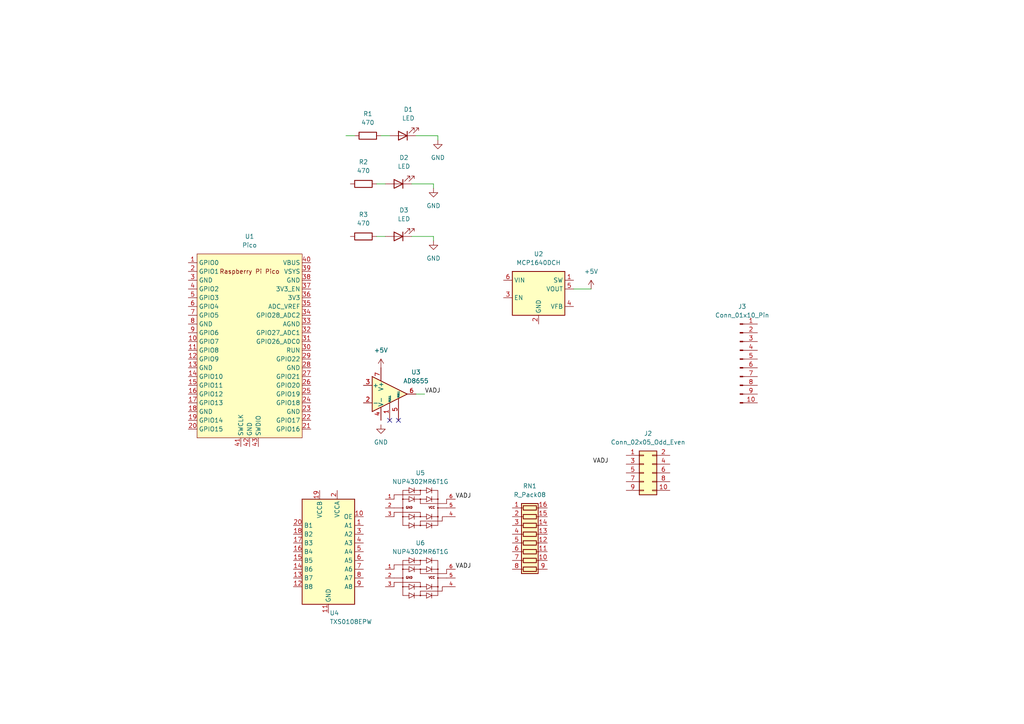
<source format=kicad_sch>
(kicad_sch (version 20230121) (generator eeschema)
  (paper "A4")
  (lib_symbols
    (symbol "Amplifier_Operational:AD8655" (pin_names (offset 0.127))
      (property "Reference" "U" (at 0 6.35 0))
      (property "Value" "AD8655" (at 0 3.81 0))
      (symbol "AD8655_0_1"
        (polyline (pts (xy -5.08 5.08) (xy 5.08 0) (xy -5.08 -5.08) (xy -5.08 5.08)) (stroke (width 0.254)) (fill (type background)))
      )
      (symbol "AD8655_1_1"
        (pin input line (at 0 -7.62 90) (length 5.08) (name "NULL") (number "1"))
        (pin input line (at -7.62 -2.54 0) (length 2.54) (name "-") (number "2"))
        (pin input line (at -7.62 2.54 0) (length 2.54) (name "+") (number "3"))
        (pin power_in line (at -2.54 -7.62 90) (length 3.81) (name "V-") (number "4"))
        (pin input line (at 2.54 -7.62 90) (length 6.35) (name "NULL") (number "5"))
        (pin output line (at 7.62 0 180) (length 2.54) (name "~") (number "6"))
        (pin power_in line (at -2.54 7.62 270) (length 3.81) (name "V+") (number "7"))
        (pin no_connect line (at 0 2.54 270) (length 2.54) hide (name "NC") (number "8"))
      )
    )
    (symbol "Connector:Conn_01x10_Pin" (pin_names (offset 1.016) hide)
      (property "Reference" "J" (at 0 12.7 0))
      (property "Value" "Conn_01x10_Pin" (at 0 -15.24 0))
      (symbol "Conn_01x10_Pin_1_1"
        (polyline (pts (xy 1.27 -12.7) (xy 0.8636 -12.7)) (stroke (width 0.1524)))
        (polyline (pts (xy 1.27 -10.16) (xy 0.8636 -10.16)) (stroke (width 0.1524)))
        (polyline (pts (xy 1.27 -7.62) (xy 0.8636 -7.62)) (stroke (width 0.1524)))
        (polyline (pts (xy 1.27 -5.08) (xy 0.8636 -5.08)) (stroke (width 0.1524)))
        (polyline (pts (xy 1.27 -2.54) (xy 0.8636 -2.54)) (stroke (width 0.1524)))
        (polyline (pts (xy 1.27 0) (xy 0.8636 0)) (stroke (width 0.1524)))
        (polyline (pts (xy 1.27 2.54) (xy 0.8636 2.54)) (stroke (width 0.1524)))
        (polyline (pts (xy 1.27 5.08) (xy 0.8636 5.08)) (stroke (width 0.1524)))
        (polyline (pts (xy 1.27 7.62) (xy 0.8636 7.62)) (stroke (width 0.1524)))
        (polyline (pts (xy 1.27 10.16) (xy 0.8636 10.16)) (stroke (width 0.1524)))
        (rectangle (start 0.8636 -12.573) (end 0 -12.827) (stroke (width 0.1524)) (fill (type outline)))
        (rectangle (start 0.8636 -10.033) (end 0 -10.287) (stroke (width 0.1524)) (fill (type outline)))
        (rectangle (start 0.8636 -7.493) (end 0 -7.747) (stroke (width 0.1524)) (fill (type outline)))
        (rectangle (start 0.8636 -4.953) (end 0 -5.207) (stroke (width 0.1524)) (fill (type outline)))
        (rectangle (start 0.8636 -2.413) (end 0 -2.667) (stroke (width 0.1524)) (fill (type outline)))
        (rectangle (start 0.8636 0.127) (end 0 -0.127) (stroke (width 0.1524)) (fill (type outline)))
        (rectangle (start 0.8636 2.667) (end 0 2.413) (stroke (width 0.1524)) (fill (type outline)))
        (rectangle (start 0.8636 5.207) (end 0 4.953) (stroke (width 0.1524)) (fill (type outline)))
        (rectangle (start 0.8636 7.747) (end 0 7.493) (stroke (width 0.1524)) (fill (type outline)))
        (rectangle (start 0.8636 10.287) (end 0 10.033) (stroke (width 0.1524)) (fill (type outline)))
        (pin passive line (at 5.08 10.16 180) (length 3.81) (name "Pin_1") (number "1"))
        (pin passive line (at 5.08 -12.7 180) (length 3.81) (name "Pin_10") (number "10"))
        (pin passive line (at 5.08 7.62 180) (length 3.81) (name "Pin_2") (number "2"))
        (pin passive line (at 5.08 5.08 180) (length 3.81) (name "Pin_3") (number "3"))
        (pin passive line (at 5.08 2.54 180) (length 3.81) (name "Pin_4") (number "4"))
        (pin passive line (at 5.08 0 180) (length 3.81) (name "Pin_5") (number "5"))
        (pin passive line (at 5.08 -2.54 180) (length 3.81) (name "Pin_6") (number "6"))
        (pin passive line (at 5.08 -5.08 180) (length 3.81) (name "Pin_7") (number "7"))
        (pin passive line (at 5.08 -7.62 180) (length 3.81) (name "Pin_8") (number "8"))
        (pin passive line (at 5.08 -10.16 180) (length 3.81) (name "Pin_9") (number "9"))
      )
    )
    (symbol "Connector_Generic:Conn_02x05_Odd_Even" (pin_names (offset 1.016) hide)
      (property "Reference" "J" (at 1.27 7.62 0))
      (property "Value" "Conn_02x05_Odd_Even" (at 1.27 -7.62 0))
      (symbol "Conn_02x05_Odd_Even_1_1"
        (rectangle (start -1.27 -4.953) (end 0 -5.207) (stroke (width 0.1524)))
        (rectangle (start -1.27 -2.413) (end 0 -2.667) (stroke (width 0.1524)))
        (rectangle (start -1.27 0.127) (end 0 -0.127) (stroke (width 0.1524)))
        (rectangle (start -1.27 2.667) (end 0 2.413) (stroke (width 0.1524)))
        (rectangle (start -1.27 5.207) (end 0 4.953) (stroke (width 0.1524)))
        (rectangle (start -1.27 6.35) (end 3.81 -6.35) (stroke (width 0.254)) (fill (type background)))
        (rectangle (start 3.81 -4.953) (end 2.54 -5.207) (stroke (width 0.1524)))
        (rectangle (start 3.81 -2.413) (end 2.54 -2.667) (stroke (width 0.1524)))
        (rectangle (start 3.81 0.127) (end 2.54 -0.127) (stroke (width 0.1524)))
        (rectangle (start 3.81 2.667) (end 2.54 2.413) (stroke (width 0.1524)))
        (rectangle (start 3.81 5.207) (end 2.54 4.953) (stroke (width 0.1524)))
        (pin passive line (at -5.08 5.08 0) (length 3.81) (name "Pin_1") (number "1"))
        (pin passive line (at 7.62 -5.08 180) (length 3.81) (name "Pin_10") (number "10"))
        (pin passive line (at 7.62 5.08 180) (length 3.81) (name "Pin_2") (number "2"))
        (pin passive line (at -5.08 2.54 0) (length 3.81) (name "Pin_3") (number "3"))
        (pin passive line (at 7.62 2.54 180) (length 3.81) (name "Pin_4") (number "4"))
        (pin passive line (at -5.08 0 0) (length 3.81) (name "Pin_5") (number "5"))
        (pin passive line (at 7.62 0 180) (length 3.81) (name "Pin_6") (number "6"))
        (pin passive line (at -5.08 -2.54 0) (length 3.81) (name "Pin_7") (number "7"))
        (pin passive line (at 7.62 -2.54 180) (length 3.81) (name "Pin_8") (number "8"))
        (pin passive line (at -5.08 -5.08 0) (length 3.81) (name "Pin_9") (number "9"))
      )
    )
    (symbol "Device:LED" (pin_numbers hide) (pin_names (offset 1.016) hide)
      (property "Reference" "D" (at 0 2.54 0))
      (property "Value" "LED" (at 0 -2.54 0))
      (symbol "LED_0_1"
        (polyline (pts (xy -1.27 -1.27) (xy -1.27 1.27)) (stroke (width 0.254)))
        (polyline (pts (xy -1.27 0) (xy 1.27 0)))
        (polyline (pts (xy 1.27 -1.27) (xy 1.27 1.27) (xy -1.27 0) (xy 1.27 -1.27)) (stroke (width 0.254)))
        (polyline (pts (xy -3.048 -0.762) (xy -4.572 -2.286) (xy -3.81 -2.286) (xy -4.572 -2.286) (xy -4.572 -1.524)))
        (polyline (pts (xy -1.778 -0.762) (xy -3.302 -2.286) (xy -2.54 -2.286) (xy -3.302 -2.286) (xy -3.302 -1.524)))
      )
      (symbol "LED_1_1"
        (pin passive line (at -3.81 0 0) (length 2.54) (name "K") (number "1"))
        (pin passive line (at 3.81 0 180) (length 2.54) (name "A") (number "2"))
      )
    )
    (symbol "Device:R" (pin_numbers hide) (pin_names (offset 0))
      (property "Reference" "R" (at 2.032 0 90))
      (property "Value" "R" (at 0 0 90))
      (symbol "R_0_1"
        (rectangle (start -1.016 -2.54) (end 1.016 2.54) (stroke (width 0.254)))
      )
      (symbol "R_1_1"
        (pin passive line (at 0 3.81 270) (length 1.27) (name "~") (number "1"))
        (pin passive line (at 0 -3.81 90) (length 1.27) (name "~") (number "2"))
      )
    )
    (symbol "Device:R_Pack08" (pin_names (offset 0) hide)
      (property "Reference" "RN" (at -12.7 0 90))
      (property "Value" "R_Pack08" (at 10.16 0 90))
      (symbol "R_Pack08_0_1"
        (rectangle (start -11.43 -2.413) (end 8.89 2.413) (stroke (width 0.254)) (fill (type background)))
        (rectangle (start -10.795 1.905) (end -9.525 -1.905) (stroke (width 0.254)))
        (rectangle (start -8.255 1.905) (end -6.985 -1.905) (stroke (width 0.254)))
        (rectangle (start -5.715 1.905) (end -4.445 -1.905) (stroke (width 0.254)))
        (rectangle (start -3.175 1.905) (end -1.905 -1.905) (stroke (width 0.254)))
        (rectangle (start -0.635 1.905) (end 0.635 -1.905) (stroke (width 0.254)))
        (polyline (pts (xy -10.16 -2.54) (xy -10.16 -1.905)))
        (polyline (pts (xy -10.16 1.905) (xy -10.16 2.54)))
        (polyline (pts (xy -7.62 -2.54) (xy -7.62 -1.905)))
        (polyline (pts (xy -7.62 1.905) (xy -7.62 2.54)))
        (polyline (pts (xy -5.08 -2.54) (xy -5.08 -1.905)))
        (polyline (pts (xy -5.08 1.905) (xy -5.08 2.54)))
        (polyline (pts (xy -2.54 -2.54) (xy -2.54 -1.905)))
        (polyline (pts (xy -2.54 1.905) (xy -2.54 2.54)))
        (polyline (pts (xy 0 -2.54) (xy 0 -1.905)))
        (polyline (pts (xy 0 1.905) (xy 0 2.54)))
        (polyline (pts (xy 2.54 -2.54) (xy 2.54 -1.905)))
        (polyline (pts (xy 2.54 1.905) (xy 2.54 2.54)))
        (polyline (pts (xy 5.08 -2.54) (xy 5.08 -1.905)))
        (polyline (pts (xy 5.08 1.905) (xy 5.08 2.54)))
        (polyline (pts (xy 7.62 -2.54) (xy 7.62 -1.905)))
        (polyline (pts (xy 7.62 1.905) (xy 7.62 2.54)))
        (rectangle (start 1.905 1.905) (end 3.175 -1.905) (stroke (width 0.254)))
        (rectangle (start 4.445 1.905) (end 5.715 -1.905) (stroke (width 0.254)))
        (rectangle (start 6.985 1.905) (end 8.255 -1.905) (stroke (width 0.254)))
      )
      (symbol "R_Pack08_1_1"
        (pin passive line (at -10.16 -5.08 90) (length 2.54) (name "R1.1") (number "1"))
        (pin passive line (at 5.08 5.08 270) (length 2.54) (name "R7.2") (number "10"))
        (pin passive line (at 2.54 5.08 270) (length 2.54) (name "R6.2") (number "11"))
        (pin passive line (at 0 5.08 270) (length 2.54) (name "R5.2") (number "12"))
        (pin passive line (at -2.54 5.08 270) (length 2.54) (name "R4.2") (number "13"))
        (pin passive line (at -5.08 5.08 270) (length 2.54) (name "R3.2") (number "14"))
        (pin passive line (at -7.62 5.08 270) (length 2.54) (name "R2.2") (number "15"))
        (pin passive line (at -10.16 5.08 270) (length 2.54) (name "R1.2") (number "16"))
        (pin passive line (at -7.62 -5.08 90) (length 2.54) (name "R2.1") (number "2"))
        (pin passive line (at -5.08 -5.08 90) (length 2.54) (name "R3.1") (number "3"))
        (pin passive line (at -2.54 -5.08 90) (length 2.54) (name "R4.1") (number "4"))
        (pin passive line (at 0 -5.08 90) (length 2.54) (name "R5.1") (number "5"))
        (pin passive line (at 2.54 -5.08 90) (length 2.54) (name "R6.1") (number "6"))
        (pin passive line (at 5.08 -5.08 90) (length 2.54) (name "R7.1") (number "7"))
        (pin passive line (at 7.62 -5.08 90) (length 2.54) (name "R8.1") (number "8"))
        (pin passive line (at 7.62 5.08 270) (length 2.54) (name "R8.2") (number "9"))
      )
    )
    (symbol "Logic_LevelTranslator:TXS0108EPW"
      (property "Reference" "U" (at -6.35 16.51 0))
      (property "Value" "TXS0108EPW" (at 3.81 16.51 0))
      (symbol "TXS0108EPW_0_1"
        (rectangle (start -7.62 15.24) (end 7.62 -15.24) (stroke (width 0.254)) (fill (type background)))
      )
      (symbol "TXS0108EPW_1_1"
        (pin bidirectional line (at -10.16 7.62 0) (length 2.54) (name "A1") (number "1"))
        (pin input line (at -10.16 10.16 0) (length 2.54) (name "OE") (number "10"))
        (pin power_in line (at 0 -17.78 90) (length 2.54) (name "GND") (number "11"))
        (pin bidirectional line (at 10.16 -10.16 180) (length 2.54) (name "B8") (number "12"))
        (pin bidirectional line (at 10.16 -7.62 180) (length 2.54) (name "B7") (number "13"))
        (pin bidirectional line (at 10.16 -5.08 180) (length 2.54) (name "B6") (number "14"))
        (pin bidirectional line (at 10.16 -2.54 180) (length 2.54) (name "B5") (number "15"))
        (pin bidirectional line (at 10.16 0 180) (length 2.54) (name "B4") (number "16"))
        (pin bidirectional line (at 10.16 2.54 180) (length 2.54) (name "B3") (number "17"))
        (pin bidirectional line (at 10.16 5.08 180) (length 2.54) (name "B2") (number "18"))
        (pin power_in line (at 2.54 17.78 270) (length 2.54) (name "VCCB") (number "19"))
        (pin power_in line (at -2.54 17.78 270) (length 2.54) (name "VCCA") (number "2"))
        (pin bidirectional line (at 10.16 7.62 180) (length 2.54) (name "B1") (number "20"))
        (pin bidirectional line (at -10.16 5.08 0) (length 2.54) (name "A2") (number "3"))
        (pin bidirectional line (at -10.16 2.54 0) (length 2.54) (name "A3") (number "4"))
        (pin bidirectional line (at -10.16 0 0) (length 2.54) (name "A4") (number "5"))
        (pin bidirectional line (at -10.16 -2.54 0) (length 2.54) (name "A5") (number "6"))
        (pin bidirectional line (at -10.16 -5.08 0) (length 2.54) (name "A6") (number "7"))
        (pin bidirectional line (at -10.16 -7.62 0) (length 2.54) (name "A7") (number "8"))
        (pin bidirectional line (at -10.16 -10.16 0) (length 2.54) (name "A8") (number "9"))
      )
    )
    (symbol "MCU_RaspberryPi_and_Boards:Pico"
      (property "Reference" "U" (at -13.97 27.94 0))
      (property "Value" "Pico" (at 0 19.05 0))
      (symbol "Pico_0_0"
        (text "Raspberry Pi Pico" (at 0 21.59 0) (effects (font (size 1.27 1.27))))
      )
      (symbol "Pico_0_1"
        (rectangle (start -15.24 26.67) (end 15.24 -26.67) (fill (type background)))
      )
      (symbol "Pico_1_1"
        (pin bidirectional line (at -17.78 24.13 0) (length 2.54) (name "GPIO0") (number "1"))
        (pin bidirectional line (at -17.78 1.27 0) (length 2.54) (name "GPIO7") (number "10"))
        (pin bidirectional line (at -17.78 -1.27 0) (length 2.54) (name "GPIO8") (number "11"))
        (pin bidirectional line (at -17.78 -3.81 0) (length 2.54) (name "GPIO9") (number "12"))
        (pin power_in line (at -17.78 -6.35 0) (length 2.54) (name "GND") (number "13"))
        (pin bidirectional line (at -17.78 -8.89 0) (length 2.54) (name "GPIO10") (number "14"))
        (pin bidirectional line (at -17.78 -11.43 0) (length 2.54) (name "GPIO11") (number "15"))
        (pin bidirectional line (at -17.78 -13.97 0) (length 2.54) (name "GPIO12") (number "16"))
        (pin bidirectional line (at -17.78 -16.51 0) (length 2.54) (name "GPIO13") (number "17"))
        (pin power_in line (at -17.78 -19.05 0) (length 2.54) (name "GND") (number "18"))
        (pin bidirectional line (at -17.78 -21.59 0) (length 2.54) (name "GPIO14") (number "19"))
        (pin bidirectional line (at -17.78 21.59 0) (length 2.54) (name "GPIO1") (number "2"))
        (pin bidirectional line (at -17.78 -24.13 0) (length 2.54) (name "GPIO15") (number "20"))
        (pin bidirectional line (at 17.78 -24.13 180) (length 2.54) (name "GPIO16") (number "21"))
        (pin bidirectional line (at 17.78 -21.59 180) (length 2.54) (name "GPIO17") (number "22"))
        (pin power_in line (at 17.78 -19.05 180) (length 2.54) (name "GND") (number "23"))
        (pin bidirectional line (at 17.78 -16.51 180) (length 2.54) (name "GPIO18") (number "24"))
        (pin bidirectional line (at 17.78 -13.97 180) (length 2.54) (name "GPIO19") (number "25"))
        (pin bidirectional line (at 17.78 -11.43 180) (length 2.54) (name "GPIO20") (number "26"))
        (pin bidirectional line (at 17.78 -8.89 180) (length 2.54) (name "GPIO21") (number "27"))
        (pin power_in line (at 17.78 -6.35 180) (length 2.54) (name "GND") (number "28"))
        (pin bidirectional line (at 17.78 -3.81 180) (length 2.54) (name "GPIO22") (number "29"))
        (pin power_in line (at -17.78 19.05 0) (length 2.54) (name "GND") (number "3"))
        (pin input line (at 17.78 -1.27 180) (length 2.54) (name "RUN") (number "30"))
        (pin bidirectional line (at 17.78 1.27 180) (length 2.54) (name "GPIO26_ADC0") (number "31"))
        (pin bidirectional line (at 17.78 3.81 180) (length 2.54) (name "GPIO27_ADC1") (number "32"))
        (pin power_in line (at 17.78 6.35 180) (length 2.54) (name "AGND") (number "33"))
        (pin bidirectional line (at 17.78 8.89 180) (length 2.54) (name "GPIO28_ADC2") (number "34"))
        (pin power_in line (at 17.78 11.43 180) (length 2.54) (name "ADC_VREF") (number "35"))
        (pin power_in line (at 17.78 13.97 180) (length 2.54) (name "3V3") (number "36"))
        (pin input line (at 17.78 16.51 180) (length 2.54) (name "3V3_EN") (number "37"))
        (pin bidirectional line (at 17.78 19.05 180) (length 2.54) (name "GND") (number "38"))
        (pin power_in line (at 17.78 21.59 180) (length 2.54) (name "VSYS") (number "39"))
        (pin bidirectional line (at -17.78 16.51 0) (length 2.54) (name "GPIO2") (number "4"))
        (pin power_in line (at 17.78 24.13 180) (length 2.54) (name "VBUS") (number "40"))
        (pin input line (at -2.54 -29.21 90) (length 2.54) (name "SWCLK") (number "41"))
        (pin power_in line (at 0 -29.21 90) (length 2.54) (name "GND") (number "42"))
        (pin bidirectional line (at 2.54 -29.21 90) (length 2.54) (name "SWDIO") (number "43"))
        (pin bidirectional line (at -17.78 13.97 0) (length 2.54) (name "GPIO3") (number "5"))
        (pin bidirectional line (at -17.78 11.43 0) (length 2.54) (name "GPIO4") (number "6"))
        (pin bidirectional line (at -17.78 8.89 0) (length 2.54) (name "GPIO5") (number "7"))
        (pin power_in line (at -17.78 6.35 0) (length 2.54) (name "GND") (number "8"))
        (pin bidirectional line (at -17.78 3.81 0) (length 2.54) (name "GPIO6") (number "9"))
      )
    )
    (symbol "Regulator_Switching:MCP1640DCH"
      (property "Reference" "U" (at -7.62 8.89 0))
      (property "Value" "MCP1640DCH" (at -1.27 8.89 0))
      (symbol "MCP1640DCH_0_1"
        (rectangle (start -7.62 7.62) (end 7.62 -5.08) (stroke (width 0.254)) (fill (type background)))
      )
      (symbol "MCP1640DCH_1_1"
        (pin input line (at 10.16 5.08 180) (length 2.54) (name "SW") (number "1"))
        (pin power_in line (at 0 -7.62 90) (length 2.54) (name "GND") (number "2"))
        (pin input line (at -10.16 0 0) (length 2.54) (name "EN") (number "3"))
        (pin input line (at 10.16 -2.54 180) (length 2.54) (name "VFB") (number "4"))
        (pin power_out line (at 10.16 2.54 180) (length 2.54) (name "VOUT") (number "5"))
        (pin power_in line (at -10.16 5.08 0) (length 2.54) (name "VIN") (number "6"))
      )
    )
    (symbol "Schottky_array:NUP4302MR6T1G" (pin_names (offset 1.016))
      (property "Reference" "U" (at -5.08 6.858 0))
      (property "Value" "NUP4302MR6T1G" (at -5.08 -8.89 0))
      (symbol "NUP4302MR6T1G_0_0"
        (circle (center -5.08 -2.54) (radius 0.127) (stroke (width 0.2032)))
        (circle (center -5.08 0) (radius 0.127) (stroke (width 0.2032)))
        (circle (center -5.08 2.54) (radius 0.127) (stroke (width 0.2032)))
        (circle (center 0 -5.08) (radius 0.127) (stroke (width 0.2032)))
        (circle (center 0 -2.54) (radius 0.127) (stroke (width 0.2032)))
        (polyline (pts (xy -7.62 -2.54) (xy -7.62 -1.27)) (stroke (width 0.1524)))
        (polyline (pts (xy -7.62 -1.27) (xy 0 -1.27)) (stroke (width 0.1524)))
        (polyline (pts (xy -7.62 0) (xy -5.08 0)) (stroke (width 0.1524)))
        (polyline (pts (xy -7.62 2.54) (xy -7.62 3.81)) (stroke (width 0.1524)))
        (polyline (pts (xy -7.62 3.81) (xy 0 3.81)) (stroke (width 0.1524)))
        (polyline (pts (xy -5.08 -5.08) (xy -3.302 -5.08)) (stroke (width 0.1524)))
        (polyline (pts (xy -5.08 -2.54) (xy -3.302 -2.54)) (stroke (width 0.1524)))
        (polyline (pts (xy -5.08 0) (xy -5.08 -5.08)) (stroke (width 0.1524)))
        (polyline (pts (xy -5.08 2.54) (xy -3.302 2.54)) (stroke (width 0.1524)))
        (polyline (pts (xy -5.08 5.08) (xy -5.08 0)) (stroke (width 0.1524)))
        (polyline (pts (xy -5.08 5.08) (xy -3.302 5.08)) (stroke (width 0.1524)))
        (polyline (pts (xy -3.302 -5.842) (xy -1.778 -5.08)) (stroke (width 0.1524)))
        (polyline (pts (xy -3.302 -5.08) (xy -3.302 -5.842)) (stroke (width 0.1524)))
        (polyline (pts (xy -3.302 -4.318) (xy -3.302 -5.08)) (stroke (width 0.1524)))
        (polyline (pts (xy -3.302 -3.302) (xy -1.778 -2.54)) (stroke (width 0.1524)))
        (polyline (pts (xy -3.302 -2.54) (xy -3.302 -3.302)) (stroke (width 0.1524)))
        (polyline (pts (xy -3.302 -1.778) (xy -3.302 -2.54)) (stroke (width 0.1524)))
        (polyline (pts (xy -3.302 1.778) (xy -1.778 2.54)) (stroke (width 0.1524)))
        (polyline (pts (xy -3.302 2.54) (xy -3.302 1.778)) (stroke (width 0.1524)))
        (polyline (pts (xy -3.302 3.302) (xy -3.302 2.54)) (stroke (width 0.1524)))
        (polyline (pts (xy -3.302 4.318) (xy -1.778 5.08)) (stroke (width 0.1524)))
        (polyline (pts (xy -3.302 5.08) (xy -3.302 4.318)) (stroke (width 0.1524)))
        (polyline (pts (xy -3.302 5.842) (xy -3.302 5.08)) (stroke (width 0.1524)))
        (polyline (pts (xy -1.778 -5.08) (xy -3.302 -4.318)) (stroke (width 0.1524)))
        (polyline (pts (xy -1.778 -5.08) (xy -1.778 -5.842)) (stroke (width 0.1524)))
        (polyline (pts (xy -1.778 -5.08) (xy 0 -5.08)) (stroke (width 0.1524)))
        (polyline (pts (xy -1.778 -4.318) (xy -1.778 -5.08)) (stroke (width 0.1524)))
        (polyline (pts (xy -1.778 -2.54) (xy -3.302 -1.778)) (stroke (width 0.1524)))
        (polyline (pts (xy -1.778 -2.54) (xy -1.778 -3.302)) (stroke (width 0.1524)))
        (polyline (pts (xy -1.778 -2.54) (xy 0 -2.54)) (stroke (width 0.1524)))
        (polyline (pts (xy -1.778 -1.778) (xy -1.778 -2.54)) (stroke (width 0.1524)))
        (polyline (pts (xy -1.778 2.54) (xy -3.302 3.302)) (stroke (width 0.1524)))
        (polyline (pts (xy -1.778 2.54) (xy -1.778 1.778)) (stroke (width 0.1524)))
        (polyline (pts (xy -1.778 2.54) (xy 0 2.54)) (stroke (width 0.1524)))
        (polyline (pts (xy -1.778 3.302) (xy -1.778 2.54)) (stroke (width 0.1524)))
        (polyline (pts (xy -1.778 5.08) (xy -3.302 5.842)) (stroke (width 0.1524)))
        (polyline (pts (xy -1.778 5.08) (xy -1.778 4.318)) (stroke (width 0.1524)))
        (polyline (pts (xy -1.778 5.08) (xy 0 5.08)) (stroke (width 0.1524)))
        (polyline (pts (xy -1.778 5.842) (xy -1.778 5.08)) (stroke (width 0.1524)))
        (polyline (pts (xy 0 -5.08) (xy 1.778 -5.08)) (stroke (width 0.1524)))
        (polyline (pts (xy 0 -3.81) (xy 0 -5.08)) (stroke (width 0.1524)))
        (polyline (pts (xy 0 -2.54) (xy 1.778 -2.54)) (stroke (width 0.1524)))
        (polyline (pts (xy 0 -1.27) (xy 0 -2.54)) (stroke (width 0.1524)))
        (polyline (pts (xy 0 1.27) (xy 0 2.54)) (stroke (width 0.1524)))
        (polyline (pts (xy 0 2.54) (xy 1.778 2.54)) (stroke (width 0.1524)))
        (polyline (pts (xy 0 3.81) (xy 0 5.08)) (stroke (width 0.1524)))
        (polyline (pts (xy 0 5.08) (xy 1.778 5.08)) (stroke (width 0.1524)))
        (polyline (pts (xy 1.778 -5.842) (xy 3.302 -5.08)) (stroke (width 0.1524)))
        (polyline (pts (xy 1.778 -5.08) (xy 1.778 -5.842)) (stroke (width 0.1524)))
        (polyline (pts (xy 1.778 -4.318) (xy 1.778 -5.08)) (stroke (width 0.1524)))
        (polyline (pts (xy 1.778 -3.302) (xy 3.302 -2.54)) (stroke (width 0.1524)))
        (polyline (pts (xy 1.778 -2.54) (xy 1.778 -3.302)) (stroke (width 0.1524)))
        (polyline (pts (xy 1.778 -1.778) (xy 1.778 -2.54)) (stroke (width 0.1524)))
        (polyline (pts (xy 1.778 1.778) (xy 3.302 2.54)) (stroke (width 0.1524)))
        (polyline (pts (xy 1.778 2.54) (xy 1.778 1.778)) (stroke (width 0.1524)))
        (polyline (pts (xy 1.778 3.302) (xy 1.778 2.54)) (stroke (width 0.1524)))
        (polyline (pts (xy 1.778 4.318) (xy 3.302 5.08)) (stroke (width 0.1524)))
        (polyline (pts (xy 1.778 5.08) (xy 1.778 4.318)) (stroke (width 0.1524)))
        (polyline (pts (xy 1.778 5.842) (xy 1.778 5.08)) (stroke (width 0.1524)))
        (polyline (pts (xy 3.302 -5.08) (xy 1.778 -4.318)) (stroke (width 0.1524)))
        (polyline (pts (xy 3.302 -5.08) (xy 3.302 -5.842)) (stroke (width 0.1524)))
        (polyline (pts (xy 3.302 -5.08) (xy 5.08 -5.08)) (stroke (width 0.1524)))
        (polyline (pts (xy 3.302 -4.318) (xy 3.302 -5.08)) (stroke (width 0.1524)))
        (polyline (pts (xy 3.302 -2.54) (xy 1.778 -1.778)) (stroke (width 0.1524)))
        (polyline (pts (xy 3.302 -2.54) (xy 3.302 -3.302)) (stroke (width 0.1524)))
        (polyline (pts (xy 3.302 -2.54) (xy 5.08 -2.54)) (stroke (width 0.1524)))
        (polyline (pts (xy 3.302 -1.778) (xy 3.302 -2.54)) (stroke (width 0.1524)))
        (polyline (pts (xy 3.302 2.54) (xy 1.778 3.302)) (stroke (width 0.1524)))
        (polyline (pts (xy 3.302 2.54) (xy 3.302 1.778)) (stroke (width 0.1524)))
        (polyline (pts (xy 3.302 2.54) (xy 5.08 2.54)) (stroke (width 0.1524)))
        (polyline (pts (xy 3.302 3.302) (xy 3.302 2.54)) (stroke (width 0.1524)))
        (polyline (pts (xy 3.302 5.08) (xy 1.778 5.842)) (stroke (width 0.1524)))
        (polyline (pts (xy 3.302 5.08) (xy 3.302 4.318)) (stroke (width 0.1524)))
        (polyline (pts (xy 3.302 5.08) (xy 5.08 5.08)) (stroke (width 0.1524)))
        (polyline (pts (xy 3.302 5.842) (xy 3.302 5.08)) (stroke (width 0.1524)))
        (polyline (pts (xy 5.08 0) (xy 5.08 -5.08)) (stroke (width 0.1524)))
        (polyline (pts (xy 5.08 5.08) (xy 5.08 0)) (stroke (width 0.1524)))
        (polyline (pts (xy 6.35 -3.81) (xy 0 -3.81)) (stroke (width 0.1524)))
        (polyline (pts (xy 6.35 -2.54) (xy 6.35 -3.81)) (stroke (width 0.1524)))
        (polyline (pts (xy 7.62 -2.54) (xy 6.35 -2.54)) (stroke (width 0.1524)))
        (polyline (pts (xy 7.62 0) (xy 5.08 0)) (stroke (width 0.1524)))
        (polyline (pts (xy 7.62 1.27) (xy 0 1.27)) (stroke (width 0.1524)))
        (polyline (pts (xy 7.62 2.54) (xy 7.62 1.27)) (stroke (width 0.1524)))
        (circle (center 0 2.54) (radius 0.127) (stroke (width 0.2032)))
        (circle (center 0 5.08) (radius 0.127) (stroke (width 0.2032)))
        (circle (center 5.08 -2.54) (radius 0.127) (stroke (width 0.2032)))
        (circle (center 5.08 0) (radius 0.127) (stroke (width 0.2032)))
        (circle (center 5.08 2.54) (radius 0.127) (stroke (width 0.2032)))
        (text "GND" (at -4.318 -0.254 0) (effects (font (size 0.635 0.635)) (justify left bottom)))
        (text "VCC" (at 2.286 -0.254 0) (effects (font (size 0.635 0.635)) (justify left bottom)))
        (pin passive line (at -10.16 2.54 0) (length 2.54) (name "~") (number "1"))
        (pin passive line (at -10.16 0 0) (length 2.54) (name "~") (number "2"))
        (pin passive line (at -10.16 -2.54 0) (length 2.54) (name "~") (number "3"))
        (pin passive line (at 10.16 -2.54 180) (length 2.54) (name "~") (number "4"))
        (pin passive line (at 10.16 0 180) (length 2.54) (name "~") (number "5"))
        (pin passive line (at 10.16 2.54 180) (length 2.54) (name "~") (number "6"))
      )
    )
    (symbol "power:+5V" (power) (pin_names (offset 0))
      (property "Value" "+5V" (at 0 3.556 0))
      (symbol "+5V_0_1"
        (polyline (pts (xy -0.762 1.27) (xy 0 2.54)))
        (polyline (pts (xy 0 0) (xy 0 2.54)))
        (polyline (pts (xy 0 2.54) (xy 0.762 1.27)))
      )
      (symbol "+5V_1_1"
        (pin power_in line (at 0 0 90) (length 0) hide (name "+5V") (number "1"))
      )
    )
    (symbol "power:GND" (power) (pin_names (offset 0))
      (property "Value" "GND" (at 0 -3.81 0))
      (symbol "GND_0_1"
        (polyline (pts (xy 0 0) (xy 0 -1.27) (xy 1.27 -1.27) (xy 0 -2.54) (xy -1.27 -1.27) (xy 0 -1.27)))
      )
      (symbol "GND_1_1"
        (pin power_in line (at 0 0 270) (length 0) hide (name "GND") (number "1"))
      )
    )
  )
  (no_connect (at 115.57 121.92))
  (no_connect (at 113.03 121.92))
  (wire (pts (xy 123.19 114.3) (xy 120.65 114.3)))
  (wire (pts (xy 125.73 53.34) (xy 125.73 54.61)))
  (wire (pts (xy 109.22 68.58) (xy 111.76 68.58)))
  (wire (pts (xy 166.37 83.82) (xy 171.45 83.82)))
  (wire (pts (xy 110.49 39.37) (xy 113.03 39.37)))
  (wire (pts (xy 119.38 68.58) (xy 125.73 68.58)))
  (wire (pts (xy 100.33 39.37) (xy 102.87 39.37)))
  (wire (pts (xy 125.73 68.58) (xy 125.73 69.85)))
  (wire (pts (xy 127 39.37) (xy 127 40.64)))
  (wire (pts (xy 120.65 39.37) (xy 127 39.37)))
  (wire (pts (xy 109.22 53.34) (xy 111.76 53.34)))
  (wire (pts (xy 119.38 53.34) (xy 125.73 53.34)))
  (label "VADJ" (at 132.08 165.1 0))
  (label "VADJ" (at 132.08 144.78 0))
  (label "VADJ" (at 123.19 114.3 0))
  (label "VADJ" (at 176.53 134.62 180))
  (symbol (lib_id "Device:R_Pack08") (at 153.67 157.48 270) (unit 1)
    (property "Reference" "RN1" (at 153.67 140.97 90))
    (property "Value" "R_Pack08" (at 153.67 143.51 90))
    (property "Footprint" "Package_SO:SOIC-16W_5.3x10.2mm_P1.27mm" (effects hide))
  )
  (symbol (lib_id "Regulator_Switching:MCP1640DCH") (at 156.21 86.36 0) (unit 1)
    (property "Reference" "U2" (at 156.21 73.66 0))
    (property "Value" "MCP1640DCH" (at 156.21 76.2 0))
    (property "Footprint" "Package_TO_SOT_SMD:SOT-23-6" (effects hide))
    (property "Datasheet" "http://ww1.microchip.com/downloads/en/DeviceDoc/20002234D.pdf" (effects hide))
  )
  (symbol (lib_id "power:GND") (at 110.49 123.19 0) (unit 1)
    (property "Reference" "#PWR04" (effects hide))
    (property "Value" "GND" (at 110.49 128.27 0))
  )
  (symbol (lib_id "Device:R") (at 105.41 68.58 90) (unit 1)
    (property "Reference" "R3" (at 105.41 62.23 90))
    (property "Value" "470" (at 105.41 64.77 90))
    (property "Footprint" "Resistor_SMD:R_0805_2012Metric_Pad1.20x1.40mm_HandSolder" (effects hide))
  )
  (symbol (lib_id "power:+5V") (at 171.45 83.82 0) (unit 1)
    (property "Reference" "#PWR02" (effects hide))
    (property "Value" "+5V" (at 171.45 78.74 0))
  )
  (symbol (lib_id "power:GND") (at 127 40.64 0) (unit 1)
    (property "Reference" "#PWR01" (effects hide))
    (property "Value" "GND" (at 127 45.72 0))
  )
  (symbol (lib_id "Device:LED") (at 115.57 53.34 180) (unit 1)
    (property "Reference" "D2" (at 117.1575 45.72 0))
    (property "Value" "LED" (at 117.1575 48.26 0))
    (property "Footprint" "LED_SMD:LED_0805_2012Metric_Pad1.15x1.40mm_HandSolder" (effects hide))
  )
  (symbol (lib_id "Device:R") (at 106.68 39.37 90) (unit 1)
    (property "Reference" "R1" (at 106.68 33.02 90))
    (property "Value" "470" (at 106.68 35.56 90))
    (property "Footprint" "Resistor_SMD:R_0805_2012Metric_Pad1.20x1.40mm_HandSolder" (effects hide))
  )
  (symbol (lib_id "Device:R") (at 105.41 53.34 90) (unit 1)
    (property "Reference" "R2" (at 105.41 46.99 90))
    (property "Value" "470" (at 105.41 49.53 90))
    (property "Footprint" "Resistor_SMD:R_0805_2012Metric_Pad1.20x1.40mm_HandSolder" (effects hide))
  )
  (symbol (lib_id "Device:LED") (at 115.57 68.58 180) (unit 1)
    (property "Reference" "D3" (at 117.1575 60.96 0))
    (property "Value" "LED" (at 117.1575 63.5 0))
    (property "Footprint" "LED_SMD:LED_0805_2012Metric_Pad1.15x1.40mm_HandSolder" (effects hide))
  )
  (symbol (lib_id "Schottky_array:NUP4302MR6T1G") (at 121.92 147.32 0) (unit 1)
    (property "Reference" "U5" (at 121.92 137.16 0))
    (property "Value" "NUP4302MR6T1G" (at 121.92 139.7 0))
    (property "Footprint" "Package_SO:TSOP-6_1.65x3.05mm_P0.95mm" (effects hide))
    (property "MF" "onsemi" (effects hide))
    (property "MAXIMUM_PACKAGE_HEIGHT" "1.1mm" (effects hide))
    (property "Package" "None" (effects hide))
    (property "Price" "None" (effects hide))
    (property "Check_prices" "https://www.snapeda.com/parts/NUP4302MR6T1G/Onsemi/view-part/?ref=eda" (effects hide))
    (property "STANDARD" "IPC 7351B" (effects hide))
    (property "PARTREV" "12 JUN 2012" (effects hide))
    (property "SnapEDA_Link" "https://www.snapeda.com/parts/NUP4302MR6T1G/Onsemi/view-part/?ref=snap" (effects hide))
    (property "MP" "NUP4302MR6T1G" (effects hide))
    (property "Purchase-URL" "https://pricing.snapeda.com/search?q=NUP4302MR6T1G&ref=eda" (effects hide))
    (property "Description" "\nESD Suppressor Diode Diode Array Bi-Dir 25V 6-Pin TSOP T/R\n" (effects hide))
    (property "Availability" "In Stock" (effects hide))
    (property "MANUFACTURER" "ON Semicondutor" (effects hide))
  )
  (symbol (lib_id "power:+5V") (at 110.49 106.68 0) (unit 1)
    (property "Reference" "#PWR03" (effects hide))
    (property "Value" "+5V" (at 110.49 101.6 0))
  )
  (symbol (lib_id "Logic_LevelTranslator:TXS0108EPW") (at 95.25 160.02 0) (mirror y) (unit 1)
    (property "Reference" "U4" (at 95.5959 177.8 0) (effects (justify right)))
    (property "Value" "TXS0108EPW" (at 95.5959 180.34 0) (effects (justify right)))
    (property "Footprint" "Package_SO:TSSOP-20_4.4x6.5mm_P0.65mm" (effects hide))
    (property "Datasheet" "www.ti.com/lit/ds/symlink/txs0108e.pdf" (effects hide))
  )
  (symbol (lib_id "Amplifier_Operational:AD8655") (at 113.03 114.3 0) (unit 1)
    (property "Reference" "U3" (at 120.65 107.95 0))
    (property "Value" "AD8655" (at 120.65 110.49 0))
    (property "Footprint" "Package_SO:MSOP-8_3x3mm_P0.65mm" (effects hide))
    (property "Datasheet" "https://www.analog.com/media/en/technical-documentation/data-sheets/ad8655_8656.pdf" (effects hide))
  )
  (symbol (lib_id "MCU_RaspberryPi_and_Boards:Pico") (at 72.39 100.33 0) (unit 1)
    (property "Reference" "U1" (at 72.39 68.58 0))
    (property "Value" "Pico" (at 72.39 71.12 0))
    (property "Footprint" "RP_Pico:RPi_Pico_SMD_TH" (effects hide))
  )
  (symbol (lib_id "Device:LED") (at 116.84 39.37 180) (unit 1)
    (property "Reference" "D1" (at 118.4275 31.75 0))
    (property "Value" "LED" (at 118.4275 34.29 0))
    (property "Footprint" "LED_SMD:LED_0805_2012Metric_Pad1.15x1.40mm_HandSolder" (effects hide))
  )
  (symbol (lib_id "power:GND") (at 125.73 54.61 0) (unit 1)
    (property "Reference" "#PWR05" (effects hide))
    (property "Value" "GND" (at 125.73 59.69 0))
  )
  (symbol (lib_id "Connector:Conn_01x10_Pin") (at 214.63 104.14 0) (unit 1)
    (property "Reference" "J3" (at 215.265 88.9 0))
    (property "Value" "Conn_01x10_Pin" (at 215.265 91.44 0))
    (property "Footprint" "Connector_PinHeader_2.54mm:PinHeader_1x10_P2.54mm_Vertical" (effects hide))
  )
  (symbol (lib_id "Connector_Generic:Conn_02x05_Odd_Even") (at 186.69 137.16 0) (unit 1)
    (property "Reference" "J2" (at 187.96 125.73 0))
    (property "Value" "Conn_02x05_Odd_Even" (at 187.96 128.27 0))
    (property "Footprint" "Connector_PinHeader_2.54mm:PinHeader_2x05_P2.54mm_Vertical_SMD" (effects hide))
  )
  (symbol (lib_id "Schottky_array:NUP4302MR6T1G") (at 121.92 167.64 0) (unit 1)
    (property "Reference" "U6" (at 121.92 157.48 0))
    (property "Value" "NUP4302MR6T1G" (at 121.92 160.02 0))
    (property "Footprint" "Package_SO:TSOP-6_1.65x3.05mm_P0.95mm" (effects hide))
    (property "MF" "onsemi" (effects hide))
    (property "MAXIMUM_PACKAGE_HEIGHT" "1.1mm" (effects hide))
    (property "Package" "None" (effects hide))
    (property "Price" "None" (effects hide))
    (property "Check_prices" "https://www.snapeda.com/parts/NUP4302MR6T1G/Onsemi/view-part/?ref=eda" (effects hide))
    (property "STANDARD" "IPC 7351B" (effects hide))
    (property "PARTREV" "12 JUN 2012" (effects hide))
    (property "SnapEDA_Link" "https://www.snapeda.com/parts/NUP4302MR6T1G/Onsemi/view-part/?ref=snap" (effects hide))
    (property "MP" "NUP4302MR6T1G" (effects hide))
    (property "Purchase-URL" "https://pricing.snapeda.com/search?q=NUP4302MR6T1G&ref=eda" (effects hide))
    (property "Description" "\nESD Suppressor Diode Diode Array Bi-Dir 25V 6-Pin TSOP T/R\n" (effects hide))
    (property "Availability" "In Stock" (effects hide))
    (property "MANUFACTURER" "ON Semicondutor" (effects hide))
  )
  (symbol (lib_id "power:GND") (at 125.73 69.85 0) (unit 1)
    (property "Reference" "#PWR06" (effects hide))
    (property "Value" "GND" (at 125.73 74.93 0))
  )
)
</source>
